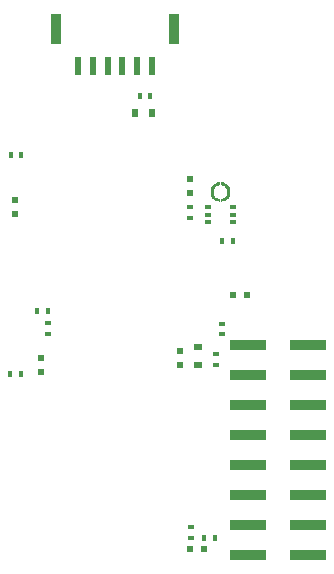
<source format=gbp>
G04 EAGLE Gerber RS-274X export*
G75*
%MOMM*%
%FSLAX34Y34*%
%LPD*%
%INBottom Paste*%
%IPPOS*%
%AMOC8*
5,1,8,0,0,1.08239X$1,22.5*%
G01*
%ADD10R,0.498400X0.598400*%
%ADD11R,0.598400X0.498400*%
%ADD12R,0.498400X0.298400*%
%ADD13R,0.548400X0.398400*%
%ADD14R,0.398400X0.548400*%
%ADD15R,3.048400X0.898400*%
%ADD16R,0.498400X0.798400*%
%ADD17R,0.498400X1.598400*%
%ADD18R,0.898400X2.598400*%
%ADD19R,0.798400X0.498400*%

G36*
X273698Y383821D02*
X273698Y383821D01*
X273727Y383817D01*
X273765Y383834D01*
X273806Y383841D01*
X273828Y383861D01*
X273854Y383873D01*
X273878Y383909D01*
X273908Y383937D01*
X273915Y383966D01*
X273931Y383990D01*
X273942Y384064D01*
X273942Y386064D01*
X273941Y386068D01*
X273942Y386073D01*
X273939Y386083D01*
X273940Y386091D01*
X273924Y386127D01*
X273922Y386135D01*
X273903Y386198D01*
X273900Y386201D01*
X273898Y386205D01*
X273884Y386217D01*
X273883Y386219D01*
X273874Y386225D01*
X273848Y386246D01*
X273798Y386290D01*
X273793Y386290D01*
X273790Y386293D01*
X273718Y386312D01*
X272669Y386415D01*
X271684Y386714D01*
X270777Y387199D01*
X269981Y387852D01*
X269328Y388647D01*
X268843Y389555D01*
X268545Y390539D01*
X268441Y391588D01*
X268440Y391592D01*
X268440Y391597D01*
X268414Y391657D01*
X268389Y391718D01*
X268385Y391720D01*
X268383Y391725D01*
X268329Y391761D01*
X268275Y391799D01*
X268271Y391799D01*
X268267Y391802D01*
X268193Y391813D01*
X266193Y391813D01*
X266165Y391805D01*
X266136Y391806D01*
X266099Y391785D01*
X266059Y391774D01*
X266040Y391752D01*
X266014Y391737D01*
X265995Y391700D01*
X265967Y391668D01*
X265963Y391639D01*
X265949Y391613D01*
X265945Y391539D01*
X266089Y390076D01*
X266093Y390066D01*
X266099Y390028D01*
X266526Y388621D01*
X266531Y388612D01*
X266544Y388576D01*
X267237Y387279D01*
X267245Y387272D01*
X267265Y387239D01*
X268197Y386102D01*
X268206Y386096D01*
X268232Y386068D01*
X269368Y385135D01*
X269378Y385131D01*
X269409Y385108D01*
X270706Y384415D01*
X270716Y384413D01*
X270751Y384396D01*
X272158Y383969D01*
X272168Y383969D01*
X272206Y383960D01*
X273669Y383816D01*
X273698Y383821D01*
G37*
G36*
X276181Y383960D02*
X276181Y383960D01*
X276191Y383964D01*
X276229Y383969D01*
X277636Y384396D01*
X277645Y384402D01*
X277681Y384415D01*
X278978Y385108D01*
X278985Y385115D01*
X279018Y385135D01*
X280155Y386068D01*
X280161Y386076D01*
X280189Y386102D01*
X281122Y387239D01*
X281126Y387249D01*
X281149Y387279D01*
X281842Y388576D01*
X281844Y388586D01*
X281861Y388621D01*
X282288Y390028D01*
X282288Y390039D01*
X282297Y390076D01*
X282441Y391539D01*
X282437Y391564D01*
X282438Y391575D01*
X282437Y391577D01*
X282440Y391597D01*
X282423Y391635D01*
X282415Y391677D01*
X282395Y391698D01*
X282383Y391725D01*
X282348Y391748D01*
X282320Y391778D01*
X282291Y391786D01*
X282267Y391802D01*
X282193Y391813D01*
X280193Y391813D01*
X280189Y391812D01*
X280184Y391813D01*
X280122Y391792D01*
X280059Y391774D01*
X280056Y391770D01*
X280052Y391769D01*
X280010Y391718D01*
X279967Y391668D01*
X279966Y391664D01*
X279963Y391660D01*
X279945Y391588D01*
X279842Y390539D01*
X279543Y389555D01*
X279058Y388647D01*
X278405Y387852D01*
X277610Y387199D01*
X276702Y386714D01*
X275717Y386415D01*
X274669Y386312D01*
X274664Y386310D01*
X274660Y386311D01*
X274600Y386284D01*
X274561Y386268D01*
X274559Y386268D01*
X274559Y386267D01*
X274539Y386259D01*
X274536Y386256D01*
X274532Y386254D01*
X274496Y386199D01*
X274482Y386179D01*
X274467Y386162D01*
X274466Y386158D01*
X274458Y386146D01*
X274458Y386141D01*
X274455Y386137D01*
X274444Y386064D01*
X274444Y384064D01*
X274452Y384035D01*
X274451Y384006D01*
X274471Y383970D01*
X274483Y383929D01*
X274505Y383910D01*
X274520Y383885D01*
X274557Y383865D01*
X274588Y383837D01*
X274617Y383833D01*
X274643Y383819D01*
X274718Y383816D01*
X276181Y383960D01*
G37*
G36*
X268198Y392316D02*
X268198Y392316D01*
X268202Y392315D01*
X268264Y392335D01*
X268327Y392354D01*
X268331Y392357D01*
X268335Y392359D01*
X268376Y392409D01*
X268419Y392459D01*
X268420Y392463D01*
X268423Y392467D01*
X268441Y392539D01*
X268545Y393588D01*
X268843Y394573D01*
X269328Y395480D01*
X269981Y396276D01*
X270777Y396928D01*
X271684Y397414D01*
X272669Y397712D01*
X273718Y397816D01*
X273722Y397817D01*
X273727Y397817D01*
X273787Y397843D01*
X273847Y397868D01*
X273850Y397872D01*
X273854Y397873D01*
X273890Y397928D01*
X273929Y397981D01*
X273929Y397986D01*
X273931Y397990D01*
X273942Y398064D01*
X273942Y400064D01*
X273940Y400072D01*
X273940Y400075D01*
X273937Y400081D01*
X273934Y400092D01*
X273936Y400121D01*
X273915Y400158D01*
X273903Y400198D01*
X273881Y400217D01*
X273867Y400243D01*
X273830Y400262D01*
X273798Y400290D01*
X273769Y400294D01*
X273743Y400308D01*
X273669Y400312D01*
X272206Y400168D01*
X272196Y400164D01*
X272158Y400158D01*
X270751Y399731D01*
X270742Y399725D01*
X270706Y399713D01*
X269409Y399019D01*
X269401Y399012D01*
X269392Y399007D01*
X269386Y399005D01*
X269383Y399001D01*
X269368Y398992D01*
X268232Y398060D01*
X268226Y398051D01*
X268197Y398025D01*
X267265Y396889D01*
X267260Y396879D01*
X267237Y396848D01*
X266544Y395551D01*
X266542Y395541D01*
X266526Y395506D01*
X266099Y394099D01*
X266099Y394088D01*
X266089Y394051D01*
X265945Y392588D01*
X265951Y392559D01*
X265946Y392530D01*
X265963Y392492D01*
X265971Y392451D01*
X265991Y392429D01*
X266003Y392402D01*
X266038Y392379D01*
X266067Y392349D01*
X266095Y392342D01*
X266120Y392325D01*
X266193Y392314D01*
X268193Y392314D01*
X268198Y392316D01*
G37*
G36*
X282221Y392323D02*
X282221Y392323D01*
X282251Y392321D01*
X282287Y392342D01*
X282327Y392354D01*
X282347Y392376D01*
X282372Y392390D01*
X282392Y392427D01*
X282419Y392459D01*
X282424Y392488D01*
X282437Y392514D01*
X282441Y392588D01*
X282297Y394051D01*
X282293Y394061D01*
X282288Y394099D01*
X281861Y395506D01*
X281855Y395515D01*
X281842Y395551D01*
X281149Y396848D01*
X281142Y396855D01*
X281122Y396889D01*
X280189Y398025D01*
X280180Y398031D01*
X280155Y398060D01*
X279018Y398992D01*
X279008Y398997D01*
X278978Y399019D01*
X277681Y399713D01*
X277670Y399715D01*
X277636Y399731D01*
X276229Y400158D01*
X276218Y400158D01*
X276181Y400168D01*
X274718Y400312D01*
X274689Y400306D01*
X274660Y400311D01*
X274621Y400294D01*
X274580Y400286D01*
X274559Y400266D01*
X274532Y400254D01*
X274509Y400219D01*
X274478Y400190D01*
X274471Y400162D01*
X274455Y400137D01*
X274444Y400064D01*
X274444Y398064D01*
X274445Y398059D01*
X274444Y398055D01*
X274465Y397992D01*
X274483Y397929D01*
X274487Y397926D01*
X274488Y397922D01*
X274539Y397881D01*
X274588Y397837D01*
X274593Y397837D01*
X274597Y397834D01*
X274669Y397816D01*
X275717Y397712D01*
X276702Y397414D01*
X277610Y396928D01*
X278405Y396276D01*
X279058Y395480D01*
X279543Y394573D01*
X279842Y393588D01*
X279945Y392539D01*
X279947Y392535D01*
X279946Y392530D01*
X279973Y392470D01*
X279997Y392409D01*
X280001Y392407D01*
X280003Y392402D01*
X280058Y392366D01*
X280111Y392328D01*
X280116Y392328D01*
X280120Y392325D01*
X280193Y392314D01*
X282193Y392314D01*
X282221Y392323D01*
G37*
D10*
X100565Y373439D03*
X100565Y385439D03*
D11*
X248207Y89532D03*
X260207Y89532D03*
D12*
X263398Y366346D03*
X263398Y372823D03*
X263398Y379300D03*
X284988Y366346D03*
X284988Y372823D03*
X284988Y379300D03*
D10*
X248539Y403196D03*
X248539Y391196D03*
D13*
X248346Y370149D03*
X248346Y379149D03*
D14*
X105470Y422929D03*
X96470Y422929D03*
X269256Y99084D03*
X260256Y99084D03*
D13*
X249454Y108123D03*
X249454Y99123D03*
D14*
X275515Y350104D03*
X284515Y350104D03*
D15*
X348150Y262400D03*
X297350Y262400D03*
X348150Y237000D03*
X297350Y237000D03*
X348150Y211600D03*
X297350Y211600D03*
X348150Y186200D03*
X297350Y186200D03*
X348150Y160800D03*
X297350Y160800D03*
X348150Y135400D03*
X297350Y135400D03*
X348150Y110000D03*
X297350Y110000D03*
X348150Y84600D03*
X297350Y84600D03*
D10*
X239519Y257602D03*
X239519Y245602D03*
D16*
X201578Y459005D03*
X216578Y459005D03*
D14*
X205661Y473210D03*
X214661Y473210D03*
D17*
X191087Y498673D03*
X203587Y498673D03*
X216087Y498673D03*
X178587Y498673D03*
X166087Y498673D03*
X153587Y498673D03*
D18*
X234837Y529923D03*
X134837Y529923D03*
D19*
X255458Y260409D03*
X255458Y245409D03*
D14*
X127971Y291383D03*
X118971Y291383D03*
D10*
X121914Y251249D03*
X121914Y239249D03*
D13*
X128212Y280970D03*
X128212Y271970D03*
D14*
X96257Y238250D03*
X105257Y238250D03*
D11*
X296403Y304974D03*
X284403Y304974D03*
D13*
X275154Y280332D03*
X275154Y271332D03*
X270749Y254579D03*
X270749Y245579D03*
M02*

</source>
